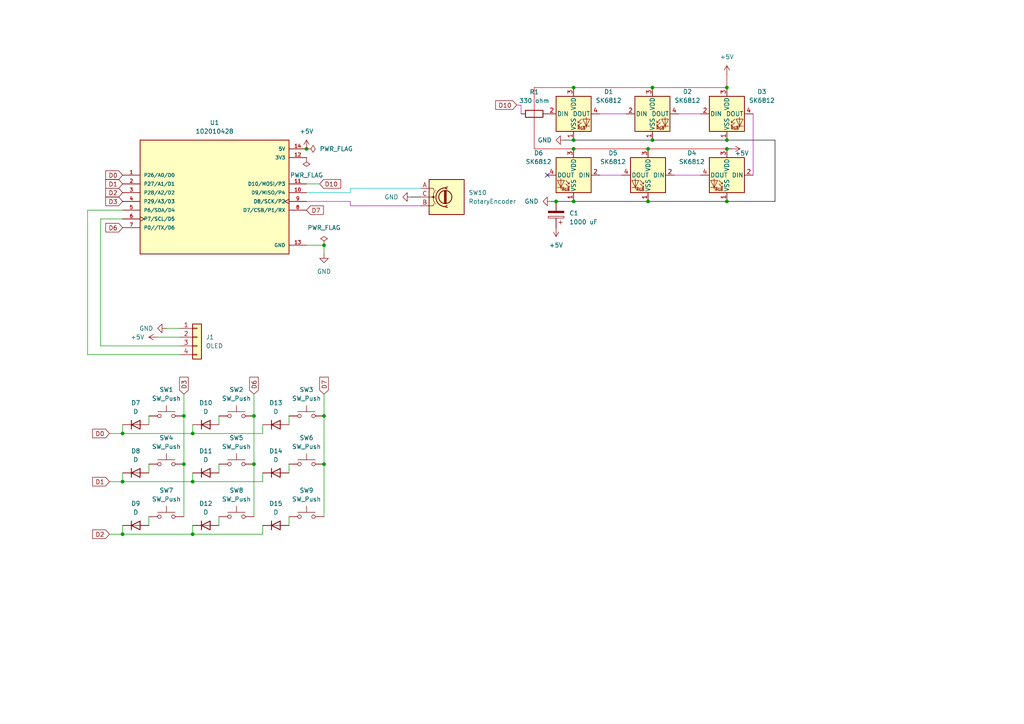
<source format=kicad_sch>
(kicad_sch (version 20250114) (generator "eeschema") (generator_version "9.0")
  (paper "A4")
  (lib_symbols
    (symbol "102010428:102010428" (pin_names (offset 1.016))
      (property "Reference" "U" (at -22.86 17.78 0))
      (property "Value" "102010428" (at -22.86 -17.78 0))
      (symbol "102010428_0_0"
        (rectangle (start -22.86 -15.24) (end 20.32 17.78) (stroke (width 0.254)) (fill (type background)))
        (pin bidirectional line (at -27.94 7.62 0) (length 5.08) (name "P26/A0/D0") (number "1"))
        (pin bidirectional line (at -27.94 5.08 0) (length 5.08) (name "P27/A1/D1") (number "2"))
        (pin bidirectional line (at -27.94 2.54 0) (length 5.08) (name "P28/A2/D2") (number "3"))
        (pin bidirectional line (at -27.94 0 0) (length 5.08) (name "P29/A3/D3") (number "4"))
        (pin bidirectional line (at -27.94 -2.54 0) (length 5.08) (name "P6/SDA/D4") (number "5"))
        (pin bidirectional clock (at -27.94 -5.08 0) (length 5.08) (name "P7/SCL/D5") (number "6"))
        (pin bidirectional line (at -27.94 -7.62 0) (length 5.08) (name "P0//TX/D6") (number "7"))
        (pin power_in line (at 25.4 15.24 180) (length 5.08) (name "5V") (number "14"))
        (pin power_in line (at 25.4 12.7 180) (length 5.08) (name "3V3") (number "12"))
        (pin bidirectional line (at 25.4 5.08 180) (length 5.08) (name "D10/MOSI/P3") (number "11"))
        (pin bidirectional line (at 25.4 2.54 180) (length 5.08) (name "D9/MISO/P4") (number "10"))
        (pin bidirectional clock (at 25.4 0 180) (length 5.08) (name "D8/SCK/P2") (number "9"))
        (pin bidirectional line (at 25.4 -2.54 180) (length 5.08) (name "D7/CSB/P1/RX") (number "8"))
        (pin power_in line (at 25.4 -12.7 180) (length 5.08) (name "GND") (number "13"))
      )
    )
    (symbol "Connector_Generic:Conn_01x04" (pin_names (offset 1.016) (hide yes))
      (property "Reference" "J" (at 0 5.08 0))
      (property "Value" "Conn_01x04" (at 0 -7.62 0))
      (symbol "Conn_01x04_1_1"
        (rectangle (start -1.27 3.81) (end 1.27 -6.35) (stroke (width 0.254)) (fill (type background)))
        (rectangle (start -1.27 2.667) (end 0 2.413) (stroke (width 0.1524)))
        (rectangle (start -1.27 0.127) (end 0 -0.127) (stroke (width 0.1524)))
        (rectangle (start -1.27 -2.413) (end 0 -2.667) (stroke (width 0.1524)))
        (rectangle (start -1.27 -4.953) (end 0 -5.207) (stroke (width 0.1524)))
        (pin passive line (at -5.08 2.54 0) (length 3.81) (name "Pin_1") (number "1"))
        (pin passive line (at -5.08 0 0) (length 3.81) (name "Pin_2") (number "2"))
        (pin passive line (at -5.08 -2.54 0) (length 3.81) (name "Pin_3") (number "3"))
        (pin passive line (at -5.08 -5.08 0) (length 3.81) (name "Pin_4") (number "4"))
      )
    )
    (symbol "Device:C_Polarized" (pin_numbers (hide yes)) (pin_names (offset 0.254))
      (property "Reference" "C" (at 0.635 2.54 0))
      (property "Value" "C_Polarized" (at 0.635 -2.54 0))
      (symbol "C_Polarized_0_1"
        (rectangle (start -2.286 0.508) (end 2.286 1.016))
        (polyline (pts (xy -1.778 2.286) (xy -0.762 2.286)))
        (polyline (pts (xy -1.27 2.794) (xy -1.27 1.778)))
        (rectangle (start 2.286 -0.508) (end -2.286 -1.016) (fill (type outline)))
      )
      (symbol "C_Polarized_1_1"
        (pin passive line (at 0 3.81 270) (length 2.794) (name "~") (number "1"))
        (pin passive line (at 0 -3.81 90) (length 2.794) (name "~") (number "2"))
      )
    )
    (symbol "Device:D" (pin_numbers (hide yes)) (pin_names (offset 1.016) (hide yes))
      (property "Reference" "D" (at 0 2.54 0))
      (property "Value" "D" (at 0 -2.54 0))
      (symbol "D_0_1"
        (polyline (pts (xy -1.27 1.27) (xy -1.27 -1.27)) (stroke (width 0.254)))
        (polyline (pts (xy 1.27 1.27) (xy 1.27 -1.27) (xy -1.27 0) (xy 1.27 1.27)) (stroke (width 0.254)))
        (polyline (pts (xy 1.27 0) (xy -1.27 0)))
      )
      (symbol "D_1_1"
        (pin passive line (at -3.81 0 0) (length 2.54) (name "K") (number "1"))
        (pin passive line (at 3.81 0 180) (length 2.54) (name "A") (number "2"))
      )
    )
    (symbol "Device:R" (pin_numbers (hide yes)) (pin_names (offset 0))
      (property "Reference" "R" (at 2.032 0 90))
      (property "Value" "R" (at 0 0 90))
      (symbol "R_0_1"
        (rectangle (start -1.016 -2.54) (end 1.016 2.54) (stroke (width 0.254)))
      )
      (symbol "R_1_1"
        (pin passive line (at 0 3.81 270) (length 1.27) (name "~") (number "1"))
        (pin passive line (at 0 -3.81 90) (length 1.27) (name "~") (number "2"))
      )
    )
    (symbol "Device:RotaryEncoder" (pin_names (offset 0.254) (hide yes))
      (property "Reference" "SW" (at 0 6.604 0))
      (property "Value" "RotaryEncoder" (at 0 -6.604 0))
      (symbol "RotaryEncoder_0_1"
        (rectangle (start -5.08 5.08) (end 5.08 -5.08) (stroke (width 0.254)) (fill (type background)))
        (polyline (pts (xy -5.08 2.54) (xy -3.81 2.54) (xy -3.81 2.032)))
        (polyline (pts (xy -5.08 0) (xy -3.81 0) (xy -3.81 -1.016) (xy -3.302 -2.032)))
        (polyline (pts (xy -5.08 -2.54) (xy -3.81 -2.54) (xy -3.81 -2.032)))
        (polyline (pts (xy -4.318 0) (xy -3.81 0) (xy -3.81 1.016) (xy -3.302 2.032)))
        (circle (center -3.81 0) (radius 0.254) (fill (type outline)))
        (polyline (pts (xy -0.635 -1.778) (xy -0.635 1.778)) (stroke (width 0.254)))
        (circle (center -0.381 0) (radius 1.905) (stroke (width 0.254)))
        (polyline (pts (xy -0.381 -1.778) (xy -0.381 1.778)) (stroke (width 0.254)))
        (arc (start -0.381 -2.794) (mid -3.0988 -0.0635) (end -0.381 2.667) (stroke (width 0.254)))
        (polyline (pts (xy -0.127 1.778) (xy -0.127 -1.778)) (stroke (width 0.254)))
        (polyline (pts (xy 0.254 2.921) (xy -0.508 2.667) (xy 0.127 2.286)) (stroke (width 0.254)))
        (polyline (pts (xy 0.254 -3.048) (xy -0.508 -2.794) (xy 0.127 -2.413)) (stroke (width 0.254)))
      )
      (symbol "RotaryEncoder_1_1"
        (pin passive line (at -7.62 2.54 0) (length 2.54) (name "A") (number "A"))
        (pin passive line (at -7.62 0 0) (length 2.54) (name "C") (number "C"))
        (pin passive line (at -7.62 -2.54 0) (length 2.54) (name "B") (number "B"))
      )
    )
    (symbol "LED:SK6812" (pin_names (offset 0.254))
      (property "Reference" "D" (at 5.08 5.715 0))
      (property "Value" "SK6812" (at 1.27 -5.715 0))
      (symbol "SK6812_0_0"
        (text "RGB" (at 2.286 -4.191 0) (effects (font (size 0.762 0.762))))
      )
      (symbol "SK6812_0_1"
        (polyline (pts (xy 1.27 -2.54) (xy 1.778 -2.54)))
        (polyline (pts (xy 1.27 -3.556) (xy 1.778 -3.556)))
        (polyline (pts (xy 2.286 -1.524) (xy 1.27 -2.54) (xy 1.27 -2.032)))
        (polyline (pts (xy 2.286 -2.54) (xy 1.27 -3.556) (xy 1.27 -3.048)))
        (polyline (pts (xy 3.683 -1.016) (xy 3.683 -3.556) (xy 3.683 -4.064)))
        (polyline (pts (xy 4.699 -1.524) (xy 2.667 -1.524) (xy 3.683 -3.556) (xy 4.699 -1.524)))
        (polyline (pts (xy 4.699 -3.556) (xy 2.667 -3.556)))
        (rectangle (start 5.08 5.08) (end -5.08 -5.08) (stroke (width 0.254)) (fill (type background)))
      )
      (symbol "SK6812_1_1"
        (pin input line (at -7.62 0 0) (length 2.54) (name "DIN") (number "2"))
        (pin power_in line (at 0 7.62 270) (length 2.54) (name "VDD") (number "3"))
        (pin power_in line (at 0 -7.62 90) (length 2.54) (name "VSS") (number "1"))
        (pin output line (at 7.62 0 180) (length 2.54) (name "DOUT") (number "4"))
      )
    )
    (symbol "Switch:SW_Push" (pin_numbers (hide yes)) (pin_names (offset 1.016) (hide yes))
      (property "Reference" "SW" (at 1.27 2.54 0))
      (property "Value" "SW_Push" (at 0 -1.524 0))
      (symbol "SW_Push_0_1"
        (circle (center -2.032 0) (radius 0.508))
        (polyline (pts (xy 0 1.27) (xy 0 3.048)))
        (circle (center 2.032 0) (radius 0.508))
        (polyline (pts (xy 2.54 1.27) (xy -2.54 1.27)))
        (pin passive line (at -5.08 0 0) (length 2.54) (name "1") (number "1"))
        (pin passive line (at 5.08 0 180) (length 2.54) (name "2") (number "2"))
      )
    )
    (symbol "power:+5V" (power) (pin_numbers (hide yes)) (pin_names (offset 0) (hide yes))
      (property "Value" "+5V" (at 0 3.556 0))
      (symbol "+5V_0_1"
        (polyline (pts (xy -0.762 1.27) (xy 0 2.54)))
        (polyline (pts (xy 0 2.54) (xy 0.762 1.27)))
        (polyline (pts (xy 0 0) (xy 0 2.54)))
      )
      (symbol "+5V_1_1"
        (pin power_in line (at 0 0 90) (length 0) (name "~") (number "1"))
      )
    )
    (symbol "power:GND" (power) (pin_numbers (hide yes)) (pin_names (offset 0) (hide yes))
      (property "Value" "GND" (at 0 -3.81 0))
      (symbol "GND_0_1"
        (polyline (pts (xy 0 0) (xy 0 -1.27) (xy 1.27 -1.27) (xy 0 -2.54) (xy -1.27 -1.27) (xy 0 -1.27)))
      )
      (symbol "GND_1_1"
        (pin power_in line (at 0 0 270) (length 0) (name "~") (number "1"))
      )
    )
    (symbol "power:PWR_FLAG" (power) (pin_numbers (hide yes)) (pin_names (offset 0) (hide yes))
      (property "Value" "PWR_FLAG" (at 0 3.81 0))
      (symbol "PWR_FLAG_0_0"
        (pin power_out line (at 0 0 90) (length 0) (name "~") (number "1"))
      )
      (symbol "PWR_FLAG_0_1"
        (polyline (pts (xy 0 0) (xy 0 1.27) (xy -1.016 1.905) (xy 0 2.54) (xy 1.016 1.905) (xy 0 1.27)))
      )
    )
  )
  (junction (at 53.34 120.65))
  (junction (at 73.66 120.65))
  (junction (at 88.9 43.18))
  (junction (at 161.29 58.42))
  (junction (at 35.56 154.94))
  (junction (at 93.98 134.62))
  (junction (at 187.96 58.42))
  (junction (at 166.37 43.18))
  (junction (at 55.88 139.7))
  (junction (at 189.23 25.4))
  (junction (at 166.37 58.42))
  (junction (at 35.56 125.73))
  (junction (at 210.82 25.4))
  (junction (at 35.56 139.7))
  (junction (at 55.88 125.73))
  (junction (at 55.88 154.94))
  (junction (at 53.34 134.62))
  (junction (at 93.98 120.65))
  (junction (at 73.66 134.62))
  (junction (at 166.37 25.4))
  (junction (at 210.82 58.42))
  (junction (at 210.82 43.18))
  (junction (at 93.98 71.12))
  (junction (at 166.37 40.64))
  (junction (at 189.23 40.64))
  (junction (at 210.82 40.64))
  (junction (at 187.96 43.18))
  (no_connect (at 158.75 50.8))
  (wire (pts (xy 93.98 114.3) (xy 93.98 120.65)))
  (wire (pts (xy 35.56 139.7) (xy 55.88 139.7)))
  (wire (pts (xy 210.82 43.18) (xy 212.09 43.18)) (stroke (width 0) (color 0 0 0 1)))
  (wire (pts (xy 83.82 137.16) (xy 83.82 134.62)))
  (wire (pts (xy 93.98 71.12) (xy 93.98 73.66)))
  (wire (pts (xy 76.2 123.19) (xy 76.2 125.73)))
  (wire (pts (xy 101.6 58.42) (xy 88.9 58.42)) (stroke (width 0) (color 194 0 194 1)))
  (wire (pts (xy 25.4 60.96) (xy 25.4 102.87)))
  (wire (pts (xy 53.34 134.62) (xy 53.34 149.86)))
  (wire (pts (xy 63.5 152.4) (xy 63.5 149.86)))
  (wire (pts (xy 210.82 58.42) (xy 224.79 58.42)) (stroke (width 0) (color 0 0 0 1)))
  (wire (pts (xy 55.88 139.7) (xy 76.2 139.7)))
  (wire (pts (xy 63.5 123.19) (xy 63.5 120.65)))
  (wire (pts (xy 210.82 21.59) (xy 210.82 25.4)) (stroke (width 0) (color 194 0 0 1)))
  (wire (pts (xy 73.66 114.3) (xy 73.66 120.65)))
  (wire (pts (xy 83.82 152.4) (xy 83.82 149.86)))
  (wire (pts (xy 45.72 97.79) (xy 52.07 97.79)))
  (wire (pts (xy 55.88 152.4) (xy 55.88 154.94)))
  (wire (pts (xy 196.85 33.02) (xy 203.2 33.02)) (stroke (width 0) (color 194 0 194 1)))
  (wire (pts (xy 187.96 43.18) (xy 210.82 43.18)) (stroke (width 0) (color 194 0 0 1)))
  (wire (pts (xy 160.02 58.42) (xy 161.29 58.42)) (stroke (width 0) (color 0 0 0 1)))
  (wire (pts (xy 53.34 120.65) (xy 53.34 134.62)))
  (wire (pts (xy 166.37 25.4) (xy 154.94 25.4)) (stroke (width 0) (color 194 0 0 1)))
  (wire (pts (xy 93.98 134.62) (xy 93.98 149.86)))
  (wire (pts (xy 35.56 125.73) (xy 55.88 125.73)))
  (wire (pts (xy 35.56 137.16) (xy 35.56 139.7)))
  (wire (pts (xy 43.18 152.4) (xy 43.18 149.86)))
  (wire (pts (xy 166.37 43.18) (xy 187.96 43.18)) (stroke (width 0) (color 194 0 0 1)))
  (wire (pts (xy 55.88 137.16) (xy 55.88 139.7)))
  (wire (pts (xy 29.21 100.33) (xy 29.21 63.5)))
  (wire (pts (xy 121.92 59.69) (xy 101.6 59.69)) (stroke (width 0) (color 194 0 194 1)))
  (wire (pts (xy 101.6 54.61) (xy 101.6 55.88)) (stroke (width 0) (color 0 194 194 1)))
  (wire (pts (xy 151.13 30.48) (xy 151.13 33.02)) (stroke (width 0) (color 194 0 194 1)))
  (wire (pts (xy 210.82 40.64) (xy 224.79 40.64)) (stroke (width 0) (color 0 0 0 1)))
  (wire (pts (xy 55.88 125.73) (xy 76.2 125.73)))
  (wire (pts (xy 189.23 25.4) (xy 210.82 25.4)) (stroke (width 0) (color 194 0 0 1)))
  (wire (pts (xy 25.4 102.87) (xy 52.07 102.87)))
  (wire (pts (xy 35.56 60.96) (xy 25.4 60.96)))
  (wire (pts (xy 88.9 71.12) (xy 93.98 71.12)))
  (wire (pts (xy 119.38 57.15) (xy 121.92 57.15)) (stroke (width 0) (color 0 0 0 1)))
  (wire (pts (xy 53.34 114.3) (xy 53.34 120.65)))
  (wire (pts (xy 31.75 125.73) (xy 35.56 125.73)))
  (wire (pts (xy 195.58 50.8) (xy 203.2 50.8)) (stroke (width 0) (color 194 0 194 1)))
  (wire (pts (xy 173.99 50.8) (xy 180.34 50.8)) (stroke (width 0) (color 194 0 194 1)))
  (wire (pts (xy 189.23 40.64) (xy 210.82 40.64)) (stroke (width 0) (color 0 0 0 1)))
  (wire (pts (xy 101.6 59.69) (xy 101.6 58.42)) (stroke (width 0) (color 194 0 194 1)))
  (wire (pts (xy 88.9 55.88) (xy 101.6 55.88)) (stroke (width 0) (color 0 194 194 1)))
  (wire (pts (xy 88.9 53.34) (xy 92.71 53.34)))
  (wire (pts (xy 35.56 152.4) (xy 35.56 154.94)))
  (wire (pts (xy 151.13 30.48) (xy 149.86 30.48)) (stroke (width 0) (color 194 0 194 1)))
  (wire (pts (xy 73.66 120.65) (xy 73.66 134.62)))
  (wire (pts (xy 73.66 134.62) (xy 73.66 149.86)))
  (wire (pts (xy 121.92 54.61) (xy 101.6 54.61)) (stroke (width 0) (color 0 194 194 1)))
  (wire (pts (xy 31.75 154.94) (xy 35.56 154.94)))
  (wire (pts (xy 48.26 95.25) (xy 52.07 95.25)))
  (wire (pts (xy 43.18 123.19) (xy 43.18 120.65)))
  (wire (pts (xy 166.37 40.64) (xy 189.23 40.64)) (stroke (width 0) (color 0 0 0 1)))
  (wire (pts (xy 93.98 120.65) (xy 93.98 134.62)))
  (wire (pts (xy 55.88 154.94) (xy 76.2 154.94)))
  (wire (pts (xy 218.44 33.02) (xy 218.44 50.8)) (stroke (width 0) (color 194 0 194 1)))
  (wire (pts (xy 154.94 43.18) (xy 166.37 43.18)) (stroke (width 0) (color 194 0 0 1)))
  (wire (pts (xy 29.21 63.5) (xy 35.56 63.5)))
  (wire (pts (xy 55.88 123.19) (xy 55.88 125.73)))
  (wire (pts (xy 166.37 25.4) (xy 189.23 25.4)) (stroke (width 0) (color 194 0 0 1)))
  (wire (pts (xy 76.2 137.16) (xy 76.2 139.7)))
  (wire (pts (xy 161.29 58.42) (xy 166.37 58.42)) (stroke (width 0) (color 0 0 0 1)))
  (wire (pts (xy 187.96 58.42) (xy 210.82 58.42)) (stroke (width 0) (color 0 0 0 1)))
  (wire (pts (xy 35.56 125.73) (xy 35.56 123.19)))
  (wire (pts (xy 166.37 58.42) (xy 187.96 58.42)) (stroke (width 0) (color 0 0 0 1)))
  (wire (pts (xy 52.07 100.33) (xy 29.21 100.33)))
  (wire (pts (xy 35.56 154.94) (xy 55.88 154.94)))
  (wire (pts (xy 154.94 25.4) (xy 154.94 43.18)) (stroke (width 0) (color 194 0 0 1)))
  (wire (pts (xy 31.75 139.7) (xy 35.56 139.7)))
  (wire (pts (xy 224.79 40.64) (xy 224.79 58.42)) (stroke (width 0) (color 0 0 0 1)))
  (wire (pts (xy 63.5 137.16) (xy 63.5 134.62)))
  (wire (pts (xy 43.18 137.16) (xy 43.18 134.62)))
  (wire (pts (xy 83.82 123.19) (xy 83.82 120.65)))
  (wire (pts (xy 163.83 40.64) (xy 166.37 40.64)) (stroke (width 0) (color 0 0 0 1)))
  (wire (pts (xy 76.2 152.4) (xy 76.2 154.94)))
  (wire (pts (xy 173.99 33.02) (xy 181.61 33.02)) (stroke (width 0) (color 194 0 194 1)))
  (global_label "D2" (shape input) (at 31.75 154.94 180) (property "Intersheetrefs" "${INTERSHEET_REFS}" (effects (hide yes))))
  (global_label "D6" (shape input) (at 35.56 66.04 180) (property "Intersheetrefs" "${INTERSHEET_REFS}" (effects (hide yes))))
  (global_label "D6" (shape input) (at 73.66 114.3 90) (property "Intersheetrefs" "${INTERSHEET_REFS}" (effects (hide yes))))
  (global_label "D3" (shape input) (at 53.34 114.3 90) (property "Intersheetrefs" "${INTERSHEET_REFS}" (effects (hide yes))))
  (global_label "D7" (shape input) (at 88.9 60.96 0) (property "Intersheetrefs" "${INTERSHEET_REFS}" (effects (hide yes))))
  (global_label "D2" (shape input) (at 35.56 55.88 180) (property "Intersheetrefs" "${INTERSHEET_REFS}" (effects (hide yes))))
  (global_label "D10" (shape input) (at 149.86 30.48 180) (property "Intersheetrefs" "${INTERSHEET_REFS}" (effects (hide yes))))
  (global_label "D1" (shape input) (at 35.56 53.34 180) (property "Intersheetrefs" "${INTERSHEET_REFS}" (effects (hide yes))))
  (global_label "D10" (shape input) (at 92.71 53.34 0) (property "Intersheetrefs" "${INTERSHEET_REFS}" (effects (hide yes))))
  (global_label "D1" (shape input) (at 31.75 139.7 180) (property "Intersheetrefs" "${INTERSHEET_REFS}" (effects (hide yes))))
  (global_label "D3" (shape input) (at 35.56 58.42 180) (property "Intersheetrefs" "${INTERSHEET_REFS}" (effects (hide yes))))
  (global_label "D0" (shape input) (at 35.56 50.8 180) (property "Intersheetrefs" "${INTERSHEET_REFS}" (effects (hide yes))))
  (global_label "D7" (shape input) (at 93.98 114.3 90) (property "Intersheetrefs" "${INTERSHEET_REFS}" (effects (hide yes))))
  (global_label "D0" (shape input) (at 31.75 125.73 180) (property "Intersheetrefs" "${INTERSHEET_REFS}" (effects (hide yes))))
  (symbol (lib_id "Switch:SW_Push") (at 68.58 149.86 0) (unit 1)
    (property "Reference" "SW8" (at 68.58 142.24 0))
    (property "Value" "SW_Push" (at 68.58 144.78 0))
    (property "Footprint" "Button_Switch_Keyboard:SW_Cherry_MX_1.00u_PCB" (effects (hide yes)))
    (property "Description" "Push button switch, generic, two pins" (effects (hide yes)))
  )
  (symbol (lib_id "Device:C_Polarized") (at 161.29 62.23 180) (unit 1)
    (property "Reference" "C1" (at 165.1 61.8489 0) (effects (justify right)))
    (property "Value" "1000 uF" (at 165.1 64.3889 0) (effects (justify right)))
    (property "Footprint" "Capacitor_THT:CP_Radial_D8.0mm_P3.50mm" (effects (hide yes)))
    (property "Description" "Polarized capacitor" (effects (hide yes)))
  )
  (symbol (lib_id "Switch:SW_Push") (at 68.58 120.65 0) (unit 1)
    (property "Reference" "SW2" (at 68.58 113.03 0))
    (property "Value" "SW_Push" (at 68.58 115.57 0))
    (property "Footprint" "Button_Switch_Keyboard:SW_Cherry_MX_1.00u_PCB" (effects (hide yes)))
    (property "Description" "Push button switch, generic, two pins" (effects (hide yes)))
  )
  (symbol (lib_id "power:GND") (at 119.38 57.15 270) (unit 1)
    (property "Reference" "#PWR011" (effects (hide yes)))
    (property "Value" "GND" (at 115.57 57.1499 90) (effects (justify right)))
    (property "Description" "Power symbol creates a global label with name \"GND\" , ground" (effects (hide yes)))
  )
  (symbol (lib_id "LED:SK6812") (at 166.37 50.8 0) (mirror y) (unit 1)
    (property "Reference" "D6" (at 156.21 44.3798 0))
    (property "Value" "SK6812" (at 156.21 46.9198 0))
    (property "Footprint" "LED_SMD:LED_SK6812MINI_PLCC4_3.5x3.5mm_P1.75mm" (effects (hide yes)))
    (property "Datasheet" "https://cdn-shop.adafruit.com/product-files/1138/SK6812+LED+datasheet+.pdf" (effects (hide yes)))
    (property "Description" "RGB LED with integrated controller" (effects (hide yes)))
  )
  (symbol (lib_id "Device:R") (at 154.94 33.02 90) (unit 1)
    (property "Reference" "R1" (at 154.94 26.67 90))
    (property "Value" "330 ohm" (at 154.94 29.21 90))
    (property "Footprint" "Resistor_THT:R_Axial_DIN0207_L6.3mm_D2.5mm_P7.62mm_Horizontal" (effects (hide yes)))
    (property "Description" "Resistor" (effects (hide yes)))
  )
  (symbol (lib_id "power:GND") (at 163.83 40.64 270) (unit 1)
    (property "Reference" "#PWR010" (effects (hide yes)))
    (property "Value" "GND" (at 160.02 40.6399 90) (effects (justify right)))
    (property "Description" "Power symbol creates a global label with name \"GND\" , ground" (effects (hide yes)))
  )
  (symbol (lib_id "power:+5V") (at 212.09 43.18 270) (unit 1)
    (property "Reference" "#PWR06" (effects (hide yes)))
    (property "Value" "+5V" (at 213.106 44.45 90) (effects (justify left)))
    (property "Description" "Power symbol creates a global label with name \"+5V\"" (effects (hide yes)))
  )
  (symbol (lib_id "power:GND") (at 93.98 73.66 0) (unit 1)
    (property "Reference" "#PWR01" (effects (hide yes)))
    (property "Value" "GND" (at 93.98 78.74 0))
    (property "Description" "Power symbol creates a global label with name \"GND\" , ground" (effects (hide yes)))
  )
  (symbol (lib_id "Switch:SW_Push") (at 88.9 149.86 0) (unit 1)
    (property "Reference" "SW9" (at 88.9 142.24 0))
    (property "Value" "SW_Push" (at 88.9 144.78 0))
    (property "Footprint" "Button_Switch_Keyboard:SW_Cherry_MX_1.00u_PCB" (effects (hide yes)))
    (property "Description" "Push button switch, generic, two pins" (effects (hide yes)))
  )
  (symbol (lib_id "LED:SK6812") (at 210.82 50.8 0) (mirror y) (unit 1)
    (property "Reference" "D4" (at 200.66 44.3798 0))
    (property "Value" "SK6812" (at 200.66 46.9198 0))
    (property "Footprint" "LED_SMD:LED_SK6812MINI_PLCC4_3.5x3.5mm_P1.75mm" (effects (hide yes)))
    (property "Datasheet" "https://cdn-shop.adafruit.com/product-files/1138/SK6812+LED+datasheet+.pdf" (effects (hide yes)))
    (property "Description" "RGB LED with integrated controller" (effects (hide yes)))
  )
  (symbol (lib_id "power:PWR_FLAG") (at 93.98 71.12 0) (unit 1)
    (property "Reference" "#FLG03" (effects (hide yes)))
    (property "Value" "PWR_FLAG" (at 93.98 66.04 0))
    (property "Description" "Special symbol for telling ERC where power comes from" (effects (hide yes)))
  )
  (symbol (lib_id "Switch:SW_Push") (at 48.26 149.86 0) (unit 1)
    (property "Reference" "SW7" (at 48.26 142.24 0))
    (property "Value" "SW_Push" (at 48.26 144.78 0))
    (property "Footprint" "Button_Switch_Keyboard:SW_Cherry_MX_1.00u_PCB" (effects (hide yes)))
    (property "Description" "Push button switch, generic, two pins" (effects (hide yes)))
  )
  (symbol (lib_id "Switch:SW_Push") (at 68.58 134.62 0) (unit 1)
    (property "Reference" "SW5" (at 68.58 127 0))
    (property "Value" "SW_Push" (at 68.58 129.54 0))
    (property "Footprint" "Button_Switch_Keyboard:SW_Cherry_MX_1.00u_PCB" (effects (hide yes)))
    (property "Description" "Push button switch, generic, two pins" (effects (hide yes)))
  )
  (symbol (lib_id "Device:D") (at 39.37 137.16 0) (unit 1)
    (property "Reference" "D8" (at 39.37 130.81 0))
    (property "Value" "D" (at 39.37 133.35 0))
    (property "Footprint" "Diode_THT:D_DO-35_SOD27_P7.62mm_Horizontal" (effects (hide yes)))
    (property "Description" "Diode" (effects (hide yes)))
    (property "Sim.Device" "D" (effects (hide yes)))
    (property "Sim.Pins" "1=K 2=A" (effects (hide yes)))
  )
  (symbol (lib_id "power:+5V") (at 161.29 66.04 180) (unit 1)
    (property "Reference" "#PWR05" (effects (hide yes)))
    (property "Value" "+5V" (at 161.29 71.12 0))
    (property "Description" "Power symbol creates a global label with name \"+5V\"" (effects (hide yes)))
  )
  (symbol (lib_id "Switch:SW_Push") (at 48.26 120.65 0) (unit 1)
    (property "Reference" "SW1" (at 48.26 113.03 0))
    (property "Value" "SW_Push" (at 48.26 115.57 0))
    (property "Footprint" "Button_Switch_Keyboard:SW_Cherry_MX_1.00u_PCB" (effects (hide yes)))
    (property "Description" "Push button switch, generic, two pins" (effects (hide yes)))
  )
  (symbol (lib_id "power:PWR_FLAG") (at 88.9 45.72 180) (unit 1)
    (property "Reference" "#FLG02" (effects (hide yes)))
    (property "Value" "PWR_FLAG" (at 88.9 50.8 0))
    (property "Description" "Special symbol for telling ERC where power comes from" (effects (hide yes)))
  )
  (symbol (lib_id "Switch:SW_Push") (at 88.9 120.65 0) (unit 1)
    (property "Reference" "SW3" (at 88.9 113.03 0))
    (property "Value" "SW_Push" (at 88.9 115.57 0))
    (property "Footprint" "Button_Switch_Keyboard:SW_Cherry_MX_1.00u_PCB" (effects (hide yes)))
    (property "Description" "Push button switch, generic, two pins" (effects (hide yes)))
  )
  (symbol (lib_id "power:+5V") (at 210.82 21.59 0) (unit 1)
    (property "Reference" "#PWR08" (effects (hide yes)))
    (property "Value" "+5V" (at 210.82 16.51 0))
    (property "Description" "Power symbol creates a global label with name \"+5V\"" (effects (hide yes)))
  )
  (symbol (lib_id "Device:D") (at 39.37 123.19 0) (unit 1)
    (property "Reference" "D7" (at 39.37 116.84 0))
    (property "Value" "D" (at 39.37 119.38 0))
    (property "Footprint" "Diode_THT:D_DO-35_SOD27_P7.62mm_Horizontal" (effects (hide yes)))
    (property "Description" "Diode" (effects (hide yes)))
    (property "Sim.Device" "D" (effects (hide yes)))
    (property "Sim.Pins" "1=K 2=A" (effects (hide yes)))
  )
  (symbol (lib_id "Device:D") (at 39.37 152.4 0) (unit 1)
    (property "Reference" "D9" (at 39.37 146.05 0))
    (property "Value" "D" (at 39.37 148.59 0))
    (property "Footprint" "Diode_THT:D_DO-35_SOD27_P7.62mm_Horizontal" (effects (hide yes)))
    (property "Description" "Diode" (effects (hide yes)))
    (property "Sim.Device" "D" (effects (hide yes)))
    (property "Sim.Pins" "1=K 2=A" (effects (hide yes)))
  )
  (symbol (lib_id "LED:SK6812") (at 189.23 33.02 0) (unit 1)
    (property "Reference" "D2" (at 199.39 26.5998 0))
    (property "Value" "SK6812" (at 199.39 29.1398 0))
    (property "Footprint" "LED_SMD:LED_SK6812MINI_PLCC4_3.5x3.5mm_P1.75mm" (effects (hide yes)))
    (property "Datasheet" "https://cdn-shop.adafruit.com/product-files/1138/SK6812+LED+datasheet+.pdf" (effects (hide yes)))
    (property "Description" "RGB LED with integrated controller" (effects (hide yes)))
  )
  (symbol (lib_id "power:+5V") (at 88.9 43.18 0) (unit 1)
    (property "Reference" "#PWR02" (effects (hide yes)))
    (property "Value" "+5V" (at 88.9 38.1 0))
    (property "Description" "Power symbol creates a global label with name \"+5V\"" (effects (hide yes)))
  )
  (symbol (lib_id "Device:D") (at 59.69 123.19 0) (unit 1)
    (property "Reference" "D10" (at 59.69 116.84 0))
    (property "Value" "D" (at 59.69 119.38 0))
    (property "Footprint" "Diode_THT:D_DO-35_SOD27_P7.62mm_Horizontal" (effects (hide yes)))
    (property "Description" "Diode" (effects (hide yes)))
    (property "Sim.Device" "D" (effects (hide yes)))
    (property "Sim.Pins" "1=K 2=A" (effects (hide yes)))
  )
  (symbol (lib_id "LED:SK6812") (at 187.96 50.8 0) (mirror y) (unit 1)
    (property "Reference" "D5" (at 177.8 44.3798 0))
    (property "Value" "SK6812" (at 177.8 46.9198 0))
    (property "Footprint" "LED_SMD:LED_SK6812MINI_PLCC4_3.5x3.5mm_P1.75mm" (effects (hide yes)))
    (property "Datasheet" "https://cdn-shop.adafruit.com/product-files/1138/SK6812+LED+datasheet+.pdf" (effects (hide yes)))
    (property "Description" "RGB LED with integrated controller" (effects (hide yes)))
  )
  (symbol (lib_id "102010428:102010428") (at 63.5 58.42 0) (unit 1)
    (property "Reference" "U1" (at 62.23 35.56 0))
    (property "Value" "102010428" (at 62.23 38.1 0))
    (property "Footprint" "Seeed Studio XIAO Series Library:XIAO-RP2040-DIP" (effects (hide yes)))
    (property "MF" "Seeed Technology Co., Ltd" (effects (hide yes)))
    (property "MAXIMUM_PACKAGE_HEIGHT" "N/A" (effects (hide yes)))
    (property "Package" "None" (effects (hide yes)))
    (property "Price" "None" (effects (hide yes)))
    (property "Check_prices" "https://www.snapeda.com/parts/102010428/Seeed+Studio/view-part/?ref=eda" (effects (hide yes)))
    (property "STANDARD" "Manufacturer Recommendations" (effects (hide yes)))
    (property "PARTREV" "1.3" (effects (hide yes)))
    (property "SnapEDA_Link" "https://www.snapeda.com/parts/102010428/Seeed+Studio/view-part/?ref=snap" (effects (hide yes)))
    (property "MP" "102010428" (effects (hide yes)))
    (property "Description_1" "RP2040 XIAO RP2040 series ARM® Cortex®-M0+ MCU 32-Bit Embedded Evaluation Board" (effects (hide yes)))
    (property "Availability" "In Stock" (effects (hide yes)))
    (property "MANUFACTURER" "Seeedstudio" (effects (hide yes)))
  )
  (symbol (lib_id "Device:D") (at 80.01 123.19 0) (unit 1)
    (property "Reference" "D13" (at 80.01 116.84 0))
    (property "Value" "D" (at 80.01 119.38 0))
    (property "Footprint" "Diode_THT:D_DO-35_SOD27_P7.62mm_Horizontal" (effects (hide yes)))
    (property "Description" "Diode" (effects (hide yes)))
    (property "Sim.Device" "D" (effects (hide yes)))
    (property "Sim.Pins" "1=K 2=A" (effects (hide yes)))
  )
  (symbol (lib_id "power:GND") (at 160.02 58.42 270) (unit 1)
    (property "Reference" "#PWR09" (effects (hide yes)))
    (property "Value" "GND" (at 156.21 58.4199 90) (effects (justify right)))
    (property "Description" "Power symbol creates a global label with name \"GND\" , ground" (effects (hide yes)))
  )
  (symbol (lib_id "Device:D") (at 80.01 137.16 0) (unit 1)
    (property "Reference" "D14" (at 80.01 130.81 0))
    (property "Value" "D" (at 80.01 133.35 0))
    (property "Footprint" "Diode_THT:D_DO-35_SOD27_P7.62mm_Horizontal" (effects (hide yes)))
    (property "Description" "Diode" (effects (hide yes)))
    (property "Sim.Device" "D" (effects (hide yes)))
    (property "Sim.Pins" "1=K 2=A" (effects (hide yes)))
  )
  (symbol (lib_id "Device:D") (at 59.69 152.4 0) (unit 1)
    (property "Reference" "D12" (at 59.69 146.05 0))
    (property "Value" "D" (at 59.69 148.59 0))
    (property "Footprint" "Diode_THT:D_DO-35_SOD27_P7.62mm_Horizontal" (effects (hide yes)))
    (property "Description" "Diode" (effects (hide yes)))
    (property "Sim.Device" "D" (effects (hide yes)))
    (property "Sim.Pins" "1=K 2=A" (effects (hide yes)))
  )
  (symbol (lib_id "LED:SK6812") (at 210.82 33.02 0) (unit 1)
    (property "Reference" "D3" (at 220.98 26.5998 0))
    (property "Value" "SK6812" (at 220.98 29.1398 0))
    (property "Footprint" "LED_SMD:LED_SK6812MINI_PLCC4_3.5x3.5mm_P1.75mm" (effects (hide yes)))
    (property "Datasheet" "https://cdn-shop.adafruit.com/product-files/1138/SK6812+LED+datasheet+.pdf" (effects (hide yes)))
    (property "Description" "RGB LED with integrated controller" (effects (hide yes)))
  )
  (symbol (lib_id "Device:D") (at 59.69 137.16 0) (unit 1)
    (property "Reference" "D11" (at 59.69 130.81 0))
    (property "Value" "D" (at 59.69 133.35 0))
    (property "Footprint" "Diode_THT:D_DO-35_SOD27_P7.62mm_Horizontal" (effects (hide yes)))
    (property "Description" "Diode" (effects (hide yes)))
    (property "Sim.Device" "D" (effects (hide yes)))
    (property "Sim.Pins" "1=K 2=A" (effects (hide yes)))
  )
  (symbol (lib_id "Device:RotaryEncoder") (at 129.54 57.15 0) (unit 1)
    (property "Reference" "SW10" (at 135.89 55.8799 0) (effects (justify left)))
    (property "Value" "RotaryEncoder" (at 135.89 58.4199 0) (effects (justify left)))
    (property "Footprint" "Rotary_Encoder:RotaryEncoder_Alps_EC11E-Switch_Vertical_H20mm_CircularMountingHoles" (effects (hide yes)))
    (property "Description" "Rotary encoder, dual channel, incremental quadrate outputs" (effects (hide yes)))
  )
  (symbol (lib_id "power:PWR_FLAG") (at 88.9 43.18 270) (unit 1)
    (property "Reference" "#FLG01" (effects (hide yes)))
    (property "Value" "PWR_FLAG" (at 92.71 43.1799 90) (effects (justify left)))
    (property "Description" "Special symbol for telling ERC where power comes from" (effects (hide yes)))
  )
  (symbol (lib_id "Switch:SW_Push") (at 48.26 134.62 0) (unit 1)
    (property "Reference" "SW4" (at 48.26 127 0))
    (property "Value" "SW_Push" (at 48.26 129.54 0))
    (property "Footprint" "Button_Switch_Keyboard:SW_Cherry_MX_1.00u_PCB" (effects (hide yes)))
    (property "Description" "Push button switch, generic, two pins" (effects (hide yes)))
  )
  (symbol (lib_id "Device:D") (at 80.01 152.4 0) (unit 1)
    (property "Reference" "D15" (at 80.01 146.05 0))
    (property "Value" "D" (at 80.01 148.59 0))
    (property "Footprint" "Diode_THT:D_DO-35_SOD27_P7.62mm_Horizontal" (effects (hide yes)))
    (property "Description" "Diode" (effects (hide yes)))
    (property "Sim.Device" "D" (effects (hide yes)))
    (property "Sim.Pins" "1=K 2=A" (effects (hide yes)))
  )
  (symbol (lib_id "LED:SK6812") (at 166.37 33.02 0) (unit 1)
    (property "Reference" "D1" (at 176.53 26.5998 0))
    (property "Value" "SK6812" (at 176.53 29.1398 0))
    (property "Footprint" "LED_SMD:LED_SK6812MINI_PLCC4_3.5x3.5mm_P1.75mm" (effects (hide yes)))
    (property "Datasheet" "https://cdn-shop.adafruit.com/product-files/1138/SK6812+LED+datasheet+.pdf" (effects (hide yes)))
    (property "Description" "RGB LED with integrated controller" (effects (hide yes)))
  )
  (symbol (lib_id "power:GND") (at 48.26 95.25 270) (unit 1)
    (property "Reference" "#PWR03" (effects (hide yes)))
    (property "Value" "GND" (at 44.45 95.2499 90) (effects (justify right)))
    (property "Description" "Power symbol creates a global label with name \"GND\" , ground" (effects (hide yes)))
  )
  (symbol (lib_id "power:+5V") (at 45.72 97.79 90) (unit 1)
    (property "Reference" "#PWR04" (effects (hide yes)))
    (property "Value" "+5V" (at 41.91 97.7899 90) (effects (justify left)))
    (property "Description" "Power symbol creates a global label with name \"+5V\"" (effects (hide yes)))
  )
  (symbol (lib_id "Switch:SW_Push") (at 88.9 134.62 0) (unit 1)
    (property "Reference" "SW6" (at 88.9 127 0))
    (property "Value" "SW_Push" (at 88.9 129.54 0))
    (property "Footprint" "Button_Switch_Keyboard:SW_Cherry_MX_1.00u_PCB" (effects (hide yes)))
    (property "Description" "Push button switch, generic, two pins" (effects (hide yes)))
  )
  (symbol (lib_id "Connector_Generic:Conn_01x04") (at 57.15 97.79 0) (unit 1)
    (property "Reference" "J1" (at 59.69 97.7899 0) (effects (justify left)))
    (property "Value" "OLED" (at 59.69 100.3299 0) (effects (justify left)))
    (property "Footprint" "Connector_PinHeader_2.54mm:PinHeader_1x04_P2.54mm_Vertical" (effects (hide yes)))
    (property "Description" "Generic connector, single row, 01x04, script generated (kicad-library-utils/schlib/autogen/connector/)" (effects (hide yes)))
  )
)
</source>
